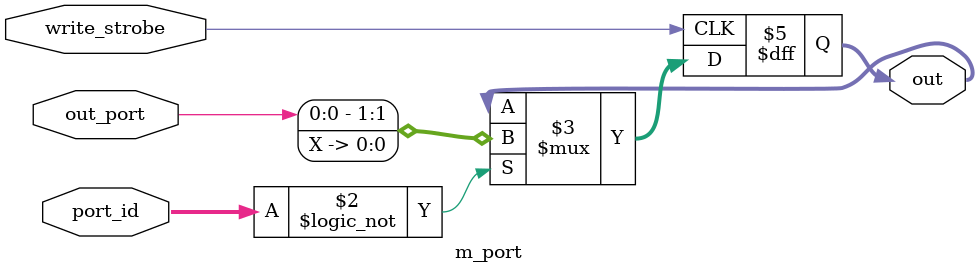
<source format=v>
`timescale 1ns / 1ps
module m_port #(parameter WIDTH = 0, BASE = 0) (
    input [7:0] port_id,
    input [7:0] out_port,
    input write_strobe,
    output reg [WIDTH-1:0] out
);

always @ (posedge write_strobe)
begin
  if (port_id == BASE)
  begin
    out[WIDTH-1:0] <= out_port[WIDTH-1:0];
  end
end

endmodule


</source>
